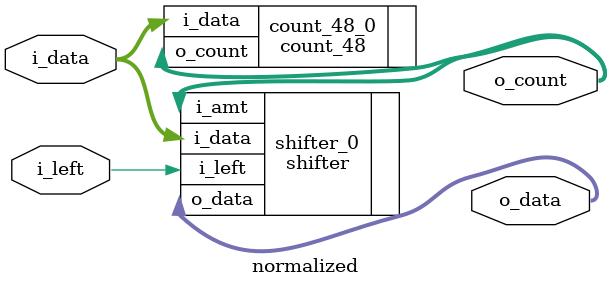
<source format=sv>
module normalized(
  input logic  [47:0] i_data,
  input logic         i_left,
  
  output logic [47:0] o_data,
  output logic [5:0]  o_count
);

  logic [47:0] data;
  //logic [5:0]  count;
 
  count_48 count_48_0(
    .i_data  (i_data),
    .o_count (o_count)
  );
  
  shifter shifter_0(
    .i_data (i_data),
    .i_amt  (o_count),
    .i_left (i_left),
    //.o_data (data)
    .o_data (o_data)
  );
  
  //assign o_data = {data[46:0],{1'b0}};
  
endmodule
</source>
